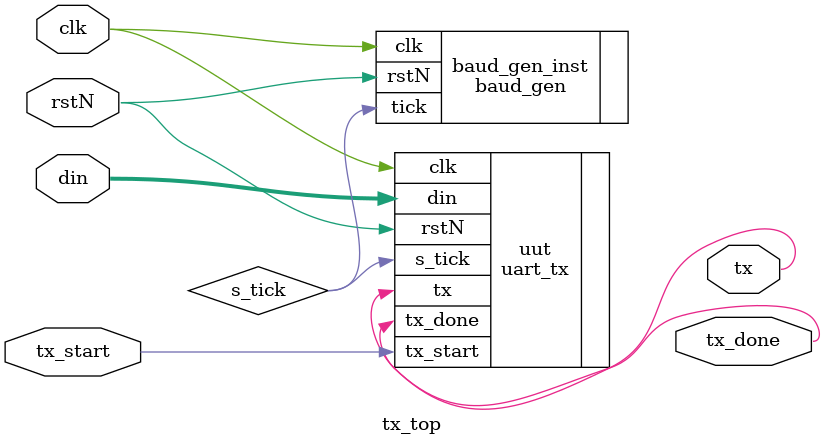
<source format=sv>
module tx_top
(
  input   logic clk,
  input   logic rstN,
  input   logic tx_start,
  input   logic [7:0] din,
  output  logic tx,
  output  logic tx_done 
);

  logic s_tick;

  uart_tx uut (
      .clk(clk),
      .rstN(rstN),
      .s_tick(s_tick),
      .din(din),
      .tx_start(tx_start),
      .tx(tx),
      .tx_done(tx_done)
  );

  baud_gen baud_gen_inst (
      .clk(clk),
      .rstN(rstN),
      .tick(s_tick)
  );

endmodule: tx_top
</source>
